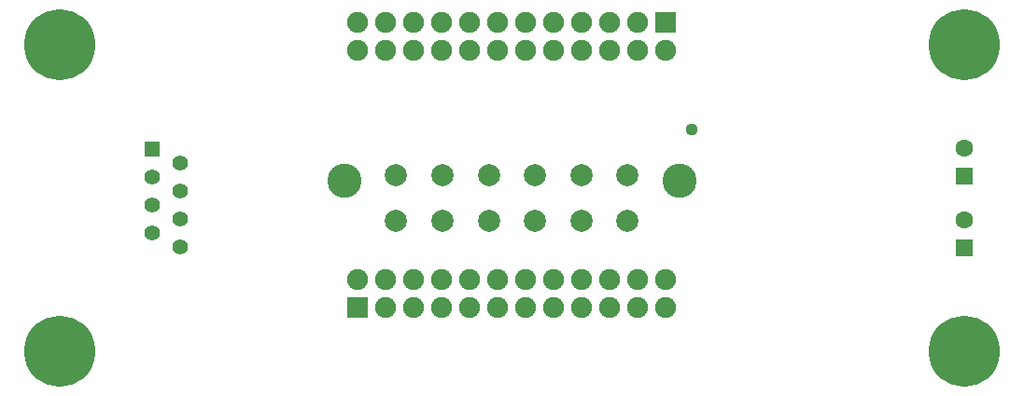
<source format=gbs>
G04 Layer_Color=16711935*
%FSLAX25Y25*%
%MOIN*%
G70*
G01*
G75*
%ADD32C,0.25400*%
%ADD33C,0.05518*%
%ADD34R,0.05518X0.05518*%
%ADD35C,0.00400*%
%ADD36C,0.07487*%
%ADD37R,0.07487X0.07487*%
%ADD38C,0.12211*%
%ADD39C,0.07880*%
%ADD40C,0.06305*%
%ADD41R,0.06305X0.06305*%
%ADD42C,0.04400*%
D32*
X161417Y-54724D02*
D03*
X-161417D02*
D03*
X161417Y54724D02*
D03*
X-161417D02*
D03*
D33*
X-118543Y-17504D02*
D03*
X-128543Y-12504D02*
D03*
X-118543Y-7504D02*
D03*
X-128543Y-2504D02*
D03*
X-118543Y2496D02*
D03*
X-128543Y7496D02*
D03*
X-118543Y12496D02*
D03*
D34*
X-128543Y17496D02*
D03*
D35*
X-153543Y-22504D02*
D03*
Y22504D02*
D03*
D36*
X55000Y-28976D02*
D03*
X45000D02*
D03*
X35000D02*
D03*
X25000D02*
D03*
X15000D02*
D03*
X5000D02*
D03*
X-5000D02*
D03*
X-15000D02*
D03*
X-25000D02*
D03*
X-35000D02*
D03*
X-45000D02*
D03*
X-55000D02*
D03*
X55000Y-38976D02*
D03*
X45000D02*
D03*
X35000D02*
D03*
X25000D02*
D03*
X15000D02*
D03*
X5000D02*
D03*
X-5000D02*
D03*
X-15000D02*
D03*
X-25000D02*
D03*
X-35000D02*
D03*
X-45000D02*
D03*
X45000Y62913D02*
D03*
X35000D02*
D03*
X25000D02*
D03*
X15000D02*
D03*
X5000D02*
D03*
X-5000D02*
D03*
X-15000D02*
D03*
X-25000D02*
D03*
X-35000D02*
D03*
X-45000D02*
D03*
X-55000D02*
D03*
X55000Y52913D02*
D03*
X45000D02*
D03*
X35000D02*
D03*
X25000D02*
D03*
X15000D02*
D03*
X5000D02*
D03*
X-5000D02*
D03*
X-15000D02*
D03*
X-25000D02*
D03*
X-35000D02*
D03*
X-45000D02*
D03*
X-55000D02*
D03*
D37*
Y-38976D02*
D03*
X55000Y62913D02*
D03*
D38*
X-59842Y6299D02*
D03*
X59842D02*
D03*
D39*
X41339Y8268D02*
D03*
X24803D02*
D03*
X8268D02*
D03*
X-8268D02*
D03*
X-24803D02*
D03*
X-41339D02*
D03*
X41339Y-8268D02*
D03*
X24803D02*
D03*
X8268D02*
D03*
X-8268D02*
D03*
X-24803D02*
D03*
X-41339D02*
D03*
D40*
X161417Y17874D02*
D03*
Y-7874D02*
D03*
D41*
Y7874D02*
D03*
Y-17874D02*
D03*
D42*
X64173Y24409D02*
D03*
M02*

</source>
